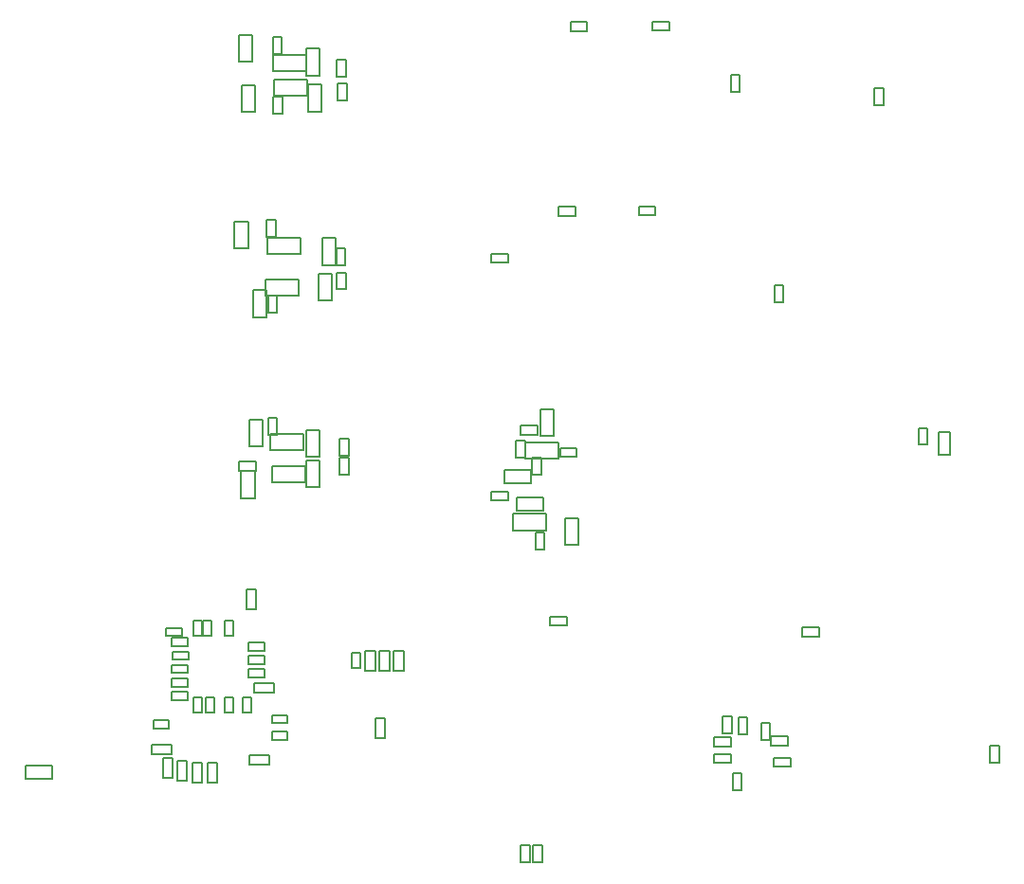
<source format=gbr>
G04*
G04 #@! TF.GenerationSoftware,Altium Limited,Altium Designer,24.2.2 (26)*
G04*
G04 Layer_Color=16711935*
%FSLAX25Y25*%
%MOIN*%
G70*
G04*
G04 #@! TF.SameCoordinates,83FD6BF8-7FB9-4712-9294-79CC625926FD*
G04*
G04*
G04 #@! TF.FilePolarity,Positive*
G04*
G01*
G75*
%ADD12C,0.00787*%
D12*
X214583Y-233310D02*
X220536D01*
Y-230161D01*
X214583D02*
X220536D01*
X214583Y-233310D02*
Y-230161D01*
X204055Y-169671D02*
X210009D01*
X204055Y-172821D02*
Y-169671D01*
Y-172821D02*
X210009D01*
Y-169671D01*
X231937Y-88079D02*
X237890D01*
X231937Y-91229D02*
Y-88079D01*
Y-91229D02*
X237890D01*
Y-88079D01*
X260864Y-88040D02*
X266817D01*
X260864Y-91189D02*
Y-88040D01*
Y-91189D02*
X266817D01*
Y-88040D01*
X227847Y-153099D02*
X233800D01*
X227847Y-156248D02*
Y-153099D01*
Y-156248D02*
X233800D01*
Y-153099D01*
X255927Y-152955D02*
X261880D01*
X255927Y-156105D02*
Y-152955D01*
Y-156105D02*
X261880D01*
Y-152955D01*
X221718Y-247415D02*
Y-241461D01*
X218568D02*
X221718D01*
X218568Y-247415D02*
Y-241461D01*
Y-247415D02*
X221718D01*
X230180Y-262582D02*
X234904D01*
Y-272031D02*
Y-262582D01*
X230180Y-272031D02*
X234904D01*
X230180D02*
Y-262582D01*
X219657Y-267687D02*
X222807D01*
Y-273640D02*
Y-267687D01*
X219657Y-273640D02*
X222807D01*
X219657D02*
Y-267687D01*
X212951Y-260157D02*
Y-255432D01*
X222400D01*
Y-260157D02*
Y-255432D01*
X212951Y-260157D02*
X222400D01*
X210166Y-256467D02*
Y-253317D01*
X204212Y-256467D02*
X210166D01*
X204212D02*
Y-253317D01*
X210166D01*
X223481Y-266938D02*
Y-261197D01*
X211834Y-266938D02*
X223481D01*
X211834D02*
Y-261197D01*
X223481D01*
X208799Y-250433D02*
Y-245709D01*
X218248D01*
Y-250433D02*
Y-245709D01*
X208799Y-250433D02*
X218248D01*
X212826Y-241230D02*
X215976D01*
X212826D02*
Y-235276D01*
X215976D01*
Y-241230D02*
Y-235276D01*
X221355Y-233878D02*
X226080D01*
X221355D02*
Y-224429D01*
X226080D01*
Y-233878D02*
Y-224429D01*
X228294Y-241038D02*
Y-237888D01*
X234247D01*
Y-241038D02*
Y-237888D01*
X228294Y-241038D02*
X234247D01*
X216047Y-241748D02*
Y-236007D01*
X227694D01*
Y-241748D02*
Y-236007D01*
X216047Y-241748D02*
X227694D01*
X115378Y-102071D02*
X120103D01*
X115378D02*
Y-92622D01*
X120103D01*
Y-102071D02*
Y-92622D01*
X127414Y-99477D02*
X130564D01*
X127414D02*
Y-93524D01*
X130564D01*
Y-99477D02*
Y-93524D01*
X127458Y-105494D02*
Y-99753D01*
X139105D01*
Y-105494D02*
Y-99753D01*
X127458Y-105494D02*
X139105D01*
X139049Y-106993D02*
X143774D01*
X139049D02*
Y-97544D01*
X143774D01*
Y-106993D02*
Y-97544D01*
X149848Y-107411D02*
X152998D01*
X149848D02*
Y-101457D01*
X152998D01*
Y-107411D02*
Y-101457D01*
X116354Y-110338D02*
X121078D01*
Y-119787D02*
Y-110338D01*
X116354Y-119787D02*
X121078D01*
X116354D02*
Y-110338D01*
X127587Y-114519D02*
X130736D01*
Y-120472D02*
Y-114519D01*
X127587Y-120472D02*
X130736D01*
X127587D02*
Y-114519D01*
X127742Y-114157D02*
Y-108416D01*
X139388D01*
Y-114157D02*
Y-108416D01*
X127742Y-114157D02*
X139388D01*
X139850Y-110121D02*
X144574D01*
Y-119570D02*
Y-110121D01*
X139850Y-119570D02*
X144574D01*
X139850D02*
Y-110121D01*
X150203Y-109730D02*
X153353D01*
Y-115683D02*
Y-109730D01*
X150203Y-115683D02*
X153353D01*
X150203D02*
Y-109730D01*
X338919Y-117243D02*
X342068D01*
X338919D02*
Y-111290D01*
X342068D01*
Y-117243D02*
Y-111290D01*
X288414Y-112709D02*
X291563D01*
X288414D02*
Y-106756D01*
X291563D01*
Y-112709D02*
Y-106756D01*
X303681Y-186656D02*
X306830D01*
X303681D02*
Y-180702D01*
X306830D01*
Y-186656D02*
Y-180702D01*
X313501Y-304321D02*
Y-301171D01*
X319454D01*
Y-304321D02*
Y-301171D01*
X313501Y-304321D02*
X319454D01*
X357440Y-236835D02*
Y-230882D01*
X354290D02*
X357440D01*
X354290Y-236835D02*
Y-230882D01*
Y-236835D02*
X357440D01*
X361364Y-240521D02*
X365586D01*
X361364D02*
Y-232361D01*
X365586D01*
Y-240521D02*
Y-232361D01*
X120815Y-324178D02*
Y-320743D01*
X127793D01*
Y-324178D02*
Y-320743D01*
X120815Y-324178D02*
X127793D01*
X40395Y-354467D02*
Y-349743D01*
X49844D01*
Y-354467D02*
Y-349743D01*
X40395Y-354467D02*
X49844D01*
X169897Y-309272D02*
X173332D01*
Y-316250D02*
Y-309272D01*
X169897Y-316250D02*
X173332D01*
X169897D02*
Y-309272D01*
X163340Y-340169D02*
X166775D01*
X163340D02*
Y-333191D01*
X166775D01*
Y-340169D02*
Y-333191D01*
X158091Y-315516D02*
Y-310005D01*
X155139D02*
X158091D01*
X155139Y-315516D02*
Y-310005D01*
Y-315516D02*
X158091D01*
X159897Y-309272D02*
X163332D01*
Y-316250D02*
Y-309272D01*
X159897Y-316250D02*
X163332D01*
X159897D02*
Y-309272D01*
X164897Y-316250D02*
X168332D01*
X164897D02*
Y-309272D01*
X168332D01*
Y-316250D02*
Y-309272D01*
X91777Y-345665D02*
Y-342230D01*
X84799Y-345665D02*
X91777D01*
X84799D02*
Y-342230D01*
X91777D01*
X119035Y-345907D02*
X126013D01*
X119035Y-349342D02*
Y-345907D01*
Y-349342D02*
X126013D01*
Y-345907D01*
X107706Y-355704D02*
Y-348726D01*
X104271D02*
X107706D01*
X104271Y-355704D02*
Y-348726D01*
Y-355704D02*
X107706D01*
X126928Y-331918D02*
X132440D01*
X126928Y-334870D02*
Y-331918D01*
Y-334870D02*
X132440D01*
Y-331918D01*
X126929Y-337831D02*
X132440D01*
X126929Y-340783D02*
Y-337831D01*
Y-340783D02*
X132440D01*
Y-337831D01*
X116878Y-331161D02*
Y-325649D01*
Y-331161D02*
X119831D01*
Y-325649D01*
X116878D02*
X119831D01*
X110579Y-331161D02*
Y-325649D01*
Y-331161D02*
X113532D01*
Y-325649D01*
X110579D02*
X113532D01*
X103886Y-331161D02*
Y-325649D01*
Y-331161D02*
X106839D01*
Y-325649D01*
X103886D02*
X106839D01*
X99122Y-355704D02*
Y-348726D01*
Y-355704D02*
X102557D01*
Y-348726D01*
X99122D02*
X102557D01*
X93704Y-355042D02*
Y-348064D01*
Y-355042D02*
X97139D01*
Y-348064D01*
X93704D02*
X97139D01*
X88707Y-354012D02*
Y-347034D01*
Y-354012D02*
X92142D01*
Y-347034D01*
X88707D02*
X92142D01*
X99555Y-331161D02*
Y-325649D01*
Y-331161D02*
X102508D01*
Y-325649D01*
X99555D02*
X102508D01*
X91878Y-323681D02*
X97390D01*
X91878Y-326633D02*
Y-323681D01*
Y-326633D02*
X97390D01*
Y-323681D01*
X91878Y-318956D02*
X97390D01*
X91878Y-321909D02*
Y-318956D01*
Y-321909D02*
X97390D01*
Y-318956D01*
X85306Y-336654D02*
X90818D01*
Y-333701D01*
X85306D02*
X90818D01*
X85306Y-336654D02*
Y-333701D01*
X118704Y-318759D02*
Y-315807D01*
X124501D01*
Y-318759D02*
Y-315807D01*
X118704Y-318759D02*
X124501D01*
X118846Y-314035D02*
X124358D01*
Y-311082D01*
X118846D02*
X124358D01*
X118846Y-314035D02*
Y-311082D01*
Y-309311D02*
X124358D01*
Y-306358D01*
X118846D02*
X124358D01*
X118846Y-309311D02*
Y-306358D01*
X113532Y-304192D02*
Y-298681D01*
X110579D02*
X113532D01*
X110579Y-304192D02*
Y-298681D01*
Y-304192D02*
X113532D01*
X105658Y-304192D02*
Y-298681D01*
X102705D02*
X105658D01*
X102705Y-304192D02*
Y-298681D01*
Y-304192D02*
X105658D01*
X102508D02*
Y-298681D01*
X99555D02*
X102508D01*
X99555Y-304192D02*
Y-298681D01*
Y-304192D02*
X102508D01*
X118015Y-287702D02*
X121450D01*
Y-294680D02*
Y-287702D01*
X118015Y-294680D02*
X121450D01*
X118015D02*
Y-287702D01*
X92173Y-309588D02*
X97685D01*
X92173Y-312541D02*
Y-309588D01*
Y-312541D02*
X97685D01*
Y-309588D01*
X91878Y-314232D02*
X97390D01*
X91878Y-317184D02*
Y-314232D01*
Y-317184D02*
X97390D01*
Y-314232D01*
X91878Y-304783D02*
X97390D01*
X91878Y-307736D02*
Y-304783D01*
Y-307736D02*
X97390D01*
Y-304783D01*
X89846Y-301240D02*
X95358D01*
X89846Y-304192D02*
Y-301240D01*
Y-304192D02*
X95358D01*
Y-301240D01*
X124893Y-184305D02*
X136539D01*
Y-178564D01*
X124893D02*
X136539D01*
X124893Y-184305D02*
Y-178564D01*
X125748Y-190398D02*
Y-184444D01*
Y-190398D02*
X128897D01*
Y-184444D01*
X125748D02*
X128897D01*
X125284Y-169744D02*
X136931D01*
Y-164003D01*
X125284D02*
X136931D01*
X125284Y-169744D02*
Y-164003D01*
X128364Y-163659D02*
Y-157706D01*
X125214D02*
X128364D01*
X125214Y-163659D02*
Y-157706D01*
Y-163659D02*
X128364D01*
X118629Y-167687D02*
Y-158238D01*
X113905D02*
X118629D01*
X113905Y-167687D02*
Y-158238D01*
Y-167687D02*
X118629D01*
X139055Y-251875D02*
Y-242426D01*
Y-251875D02*
X143779D01*
Y-242426D01*
X139055D02*
X143779D01*
X150910Y-247338D02*
Y-241385D01*
Y-247338D02*
X154059D01*
Y-241385D01*
X150910D02*
X154059D01*
X150915Y-240580D02*
X154065D01*
X150915D02*
Y-234627D01*
X154065D01*
Y-240580D02*
Y-234627D01*
X139055Y-241043D02*
X143779D01*
X139055D02*
Y-231594D01*
X143779D01*
Y-241043D02*
Y-231594D01*
X149848Y-182197D02*
Y-176244D01*
Y-182197D02*
X152998D01*
Y-176244D01*
X149848D02*
X152998D01*
X152912Y-173664D02*
Y-167711D01*
X149762D02*
X152912D01*
X149762Y-173664D02*
Y-167711D01*
Y-173664D02*
X152912D01*
X144719Y-173608D02*
X149443D01*
X144719D02*
Y-164159D01*
X149443D01*
Y-173608D02*
Y-164159D01*
X126969Y-250056D02*
X138616D01*
Y-244315D01*
X126969D02*
X138616D01*
X126969Y-250056D02*
Y-244315D01*
X126414Y-238768D02*
Y-233027D01*
X138060D01*
Y-238768D02*
Y-233027D01*
X126414Y-238768D02*
X138060D01*
X143511Y-186110D02*
Y-176661D01*
Y-186110D02*
X148235D01*
Y-176661D01*
X143511D02*
X148235D01*
X116243Y-255602D02*
Y-246154D01*
Y-255602D02*
X120968D01*
Y-246154D01*
X116243D02*
X120968D01*
X128897Y-233363D02*
Y-227409D01*
X125748D02*
X128897D01*
X125748Y-233363D02*
Y-227409D01*
Y-233363D02*
X128897D01*
X120307Y-182464D02*
X125032D01*
Y-191913D02*
Y-182464D01*
X120307Y-191913D02*
X125032D01*
X120307D02*
Y-182464D01*
X119102Y-237473D02*
X123826D01*
X119102D02*
Y-228024D01*
X123826D01*
Y-237473D02*
Y-228024D01*
X298955Y-340639D02*
Y-334685D01*
Y-340639D02*
X302105D01*
Y-334685D01*
X298955D02*
X302105D01*
X217695Y-383577D02*
Y-377623D01*
X214545D02*
X217695D01*
X214545Y-383577D02*
Y-377623D01*
Y-383577D02*
X217695D01*
X289079Y-358443D02*
X292229D01*
X289079D02*
Y-352490D01*
X292229D01*
Y-358443D02*
Y-352490D01*
X308473Y-342671D02*
Y-339522D01*
X302520Y-342671D02*
X308473D01*
X302520D02*
Y-339522D01*
X308473D01*
X309456Y-350073D02*
Y-346923D01*
X303502Y-350073D02*
X309456D01*
X303502D02*
Y-346923D01*
X309456D01*
X282441Y-348851D02*
Y-345701D01*
X288394D01*
Y-348851D02*
Y-345701D01*
X282441Y-348851D02*
X288394D01*
X282441Y-342945D02*
Y-339795D01*
X288394D01*
Y-342945D02*
Y-339795D01*
X282441Y-342945D02*
X288394D01*
X285474Y-332505D02*
X288624D01*
Y-338459D02*
Y-332505D01*
X285474Y-338459D02*
X288624D01*
X285474D02*
Y-332505D01*
X291047Y-332609D02*
X294197D01*
Y-338563D02*
Y-332609D01*
X291047Y-338563D02*
X294197D01*
X291047D02*
Y-332609D01*
X379528Y-342850D02*
X382677D01*
Y-348803D02*
Y-342850D01*
X379528Y-348803D02*
X382677D01*
X379528D02*
Y-342850D01*
X218845Y-383577D02*
X221995D01*
X218845D02*
Y-377623D01*
X221995D01*
Y-383577D02*
Y-377623D01*
X230726Y-300527D02*
Y-297377D01*
X224773Y-300527D02*
X230726D01*
X224773D02*
Y-297377D01*
X230726D01*
X121331Y-246013D02*
Y-242863D01*
X115378Y-246013D02*
X121331D01*
X115378D02*
Y-242863D01*
X121331D01*
M02*

</source>
